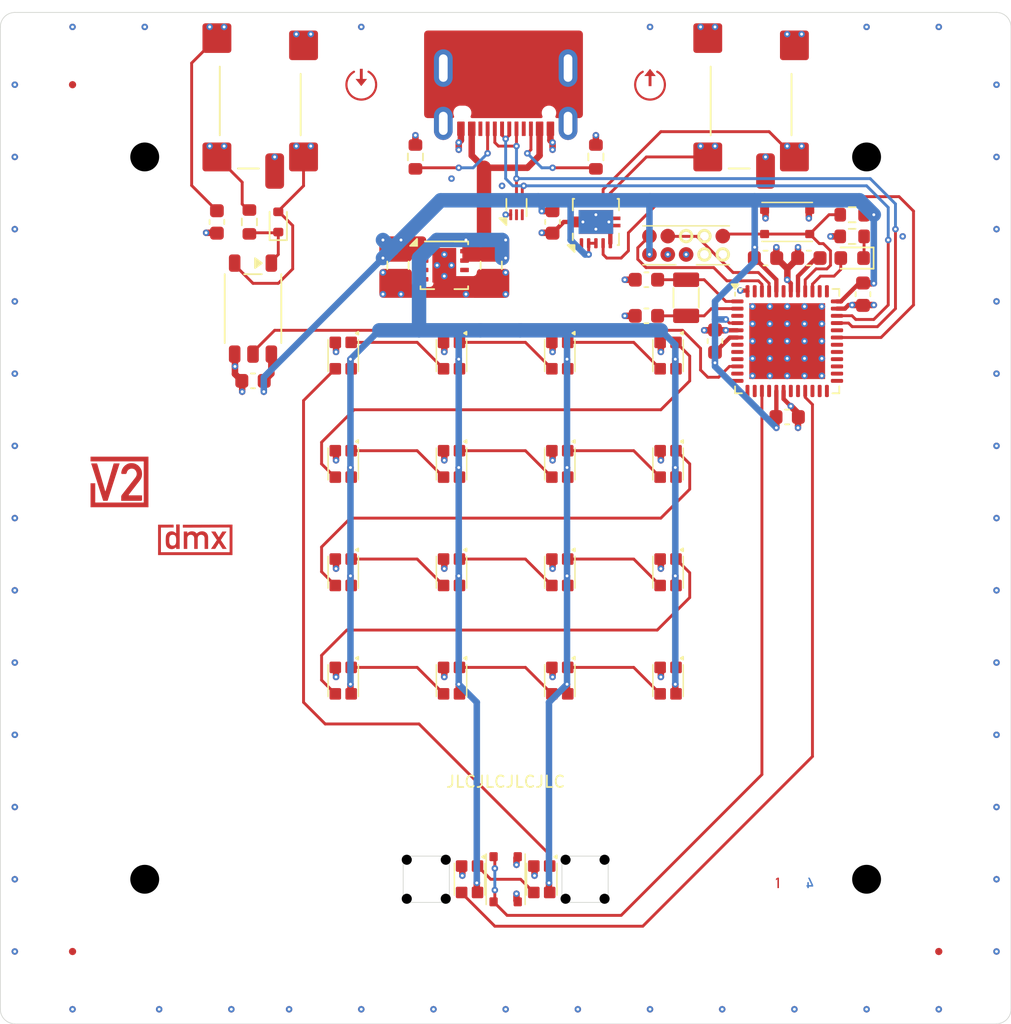
<source format=kicad_pcb>
(kicad_pcb (version 20241229) (generator "pcbnew") (generator_version "9.0")
  (title_block (date "2026-01-06") (rev "5"))
  (layers (0 "F.Cu" signal "Front") (4 "In1.Cu" power) (6 "In2.Cu" power) (2 "B.Cu" signal "Back") (13 "F.Paste" user) (5 "F.SilkS" user "F.Silkscreen") (1 "F.Mask" user) (3 "B.Mask" user) (25 "Edge.Cuts" user))
  (property "Order-Number" "JLCJLCJLCJLC")
  (net 0 "")
  (net 1 "GND")
  (net 2 "+3V3")
  (net 3 "/LED-Board")
  (net 4 "/MIDI In/Sleeve")
  (net 5 "Net-(D101-OUT)")
  (net 6 "/LED-DMX")
  (net 9 "Net-(D103-K)")
  (net 10 "Net-(D301-K)")
  (net 11 "/Button-LED")
  (net 16 "/MIDI In/Tip")
  (net 20 "/VDDCORE")
  (net 21 "/USB+")
  (net 25 "+5V")
  (net 26 "/XIN32")
  (net 27 "/USB-")
  (net 28 "/SWDIO")
  (net 29 "/XOUT32")
  (net 30 "/SWCLK")
  (net 33 "/USB-CC1")
  (net 34 "/RESET")
  (net 35 "/USB-CC2")
  (net 42 "/Button")
  (net 51 "/DMX-Data")
  (net 57 "/DMX Out/Ring")
  (net 58 "/DMX Out/Tip")
  (net 59 "Shield")
  (net 60 "/MIDI In/Ring")
  (net 61 "/MIDI-In")
  (net 65 "Net-(D401-OUT)")
  (net 66 "Net-(D402-OUT)")
  (net 67 "Net-(D403-OUT)")
  (net 68 "/DMX LEDs/LED-5")
  (net 69 "Net-(D405-OUT)")
  (net 70 "Net-(D406-OUT)")
  (net 71 "Net-(D407-OUT)")
  (net 72 "/DMX LEDs/LED-9")
  (net 73 "Net-(D409-OUT)")
  (net 74 "Net-(D410-OUT)")
  (net 75 "Net-(D411-OUT)")
  (net 76 "/DMX LEDs/LED-13")
  (net 77 "Net-(D413-OUT)")
  (net 78 "Net-(D414-OUT)")
  (net 79 "Net-(D415-OUT)")
  (footprint "V2_Resistor_SMD:R_0603" (layer "F.Cu") (at 145.75 55 90)
    (property "Reference" "R103" (hide yes))
    (property "Value" "5k1" (hide yes))
  )
  (footprint "V2_Button_Switch_SMD:SKSG" (layer "F.Cu") (at 152 105 -90)
    (property "Reference" "SW101" (hide yes))
    (property "Value" "SKSG" (hide yes))
  )
  (footprint "V2_Mechanical:MountingHole_2mm" (layer "F.Cu") (at 177 55)
    (property "Reference" "H102" (hide yes))
    (property "Value" "MountingHole_2mm" (hide yes))
  )
  (footprint "V2_LED:WS2812-2020" (layer "F.Cu") (at 148.25 76.25 90)
    (property "Reference" "D406" (hide yes))
    (property "Value" "WS2812" (hide yes))
  )
  (footprint "V2_Production:Layer_Numbers" (layer "F.Cu") (at 172 105.25)
    (property "Reference" "INFO101" (hide yes))
    (property "Value" "Layer_Numbers" (hide yes))
  )
  (footprint "V2_Connector_USB:JAE_DX07S016JA3" (layer "F.Cu") (at 152 50 180)
    (property "Reference" "J102" (hide yes))
    (property "Value" "DX07S016JA3" (hide yes))
  )
  (footprint "V2_Fiducial:Fiducial_0.5mm_Mask1mm_Paste" (layer "F.Cu") (at 182 110)
    (property "Reference" "FID103" (hide yes))
    (property "Value" "Fiducial_Paste" (hide yes))
  )
  (footprint "V2_LED:WS2812-2020" (layer "F.Cu") (at 155.75 91.25 90)
    (property "Reference" "D415" (hide yes))
    (property "Value" "WS2812" (hide yes))
  )
  (footprint "V2_Capacitor_SMD:C_0603" (layer "F.Cu") (at 161.75 66 180)
    (property "Reference" "C109" (hide yes))
    (property "Value" "18p" (hide yes))
  )
  (footprint "V2_LED:WS2812-2020" (layer "F.Cu") (at 149.5 105 90)
    (property "Reference" "D101" (hide yes))
    (property "Value" "WS2812" (hide yes))
  )
  (footprint "V2_Artwork:Arrow_In" (layer "F.Cu") (at 142 50 -90)
    (property "Reference" "ICON103" (hide yes))
    (property "Value" "Arrow_In" (hide yes))
  )
  (footprint "V2_Package_DFN_QFN:QFN-48-1EP_7x7mm_P0.5mm_EP5.45x5.45mm_ThermalVias" (layer "F.Cu") (at 171.5 67.75)
    (property "Reference" "U102" (hide yes))
    (property "Value" "ATSAMD51G" (hide yes))
  )
  (footprint "V2_Capacitor_SMD:C_0603" (layer "F.Cu") (at 166.5 67.75 90)
    (property "Reference" "C105" (hide yes))
    (property "Value" "0u1" (hide yes))
  )
  (footprint "V2_Fiducial:Fiducial_0.5mm_Mask1mm_Paste" (layer "F.Cu") (at 122 110)
    (property "Reference" "FID101" (hide yes))
    (property "Value" "Fiducial_Paste" (hide yes))
  )
  (footprint "V2_Resistor_SMD:R_0603" (layer "F.Cu") (at 158.25 55 90)
    (property "Reference" "R102" (hide yes))
    (property "Value" "5k1" (hide yes))
  )
  (footprint "V2_Cortex_Debug:Cortex_Debug_Pad" (layer "F.Cu") (at 164.5 61.75 180)
    (property "Reference" "J101" (hide yes))
    (property "Value" "Cortex_Debug" (hide yes))
  )
  (footprint "V2_Capacitor_SMD:C_0603" (layer "F.Cu") (at 176.75 64.5 -90)
    (property "Reference" "C102" (hide yes))
    (property "Value" "0u1" (hide yes))
  )
  (footprint "V2_Production:Order_Number" (layer "F.Cu") (at 152 98.25)
    (property "Reference" "INFO102" (hide yes))
    (property "Value" "Order_Number" (hide yes))
  )
  (footprint "V2_Connector_Audio:CUI_SJ2-25404B-SMT-TR" (layer "F.Cu") (at 169 50.5 -90)
    (property "Reference" "J201" (hide yes))
    (property "Value" "SJ2-25404B-SMT-TR" (hide yes))
  )
  (footprint "V2_Capacitor_SMD:C_0603" (layer "F.Cu") (at 132 59.5 -90)
    (property "Reference" "C302" (hide yes))
    (property "Value" "0u1" (hide yes))
  )
  (footprint "V2_Artwork:Logo_Small" (layer "F.Cu") (at 125.25 77.5)
    (property "Reference" "ICON102" (hide yes))
    (property "Value" "V2-logo" (hide yes))
  )
  (footprint "V2_LED:WS2812-2020" (layer "F.Cu") (at 148.25 83.75 90)
    (property "Reference" "D410" (hide yes))
    (property "Value" "WS2812" (hide yes))
  )
  (footprint "V2_Capacitor_SMD:C_0603" (layer "F.Cu") (at 171.5 73)
    (property "Reference" "C104" (hide yes))
    (property "Value" "0u1" (hide yes))
  )
  (footprint "V2_Button_Switch_SMD:SKSG" (layer "F.Cu") (at 171.5 59.5)
    (property "Reference" "SW102" (hide yes))
    (property "Value" "SKSG" (hide yes))
  )
  (footprint "V2_Capacitor_SMD:C_0603" (layer "F.Cu") (at 161.75 63.5 180)
    (property "Reference" "C108" (hide yes))
    (property "Value" "18p" (hide yes))
  )
  (footprint "V2_Capacitor_SMD:C_0805" (layer "F.Cu") (at 144.540006 62.5 -90)
    (property "Reference" "C107" (hide yes))
    (property "Value" "10u" (hide yes))
  )
  (footprint "V2_LED:WS2812-2020" (layer "F.Cu") (at 148.25 91.25 90)
    (property "Reference" "D414" (hide yes))
    (property "Value" "WS2812" (hide yes))
  )
  (footprint "V2_LED:WS2812-2020" (layer "F.Cu") (at 163.25 76.25 90)
    (property "Reference" "D408" (hide yes))
    (property "Value" "WS2812" (hide yes))
  )
  (footprint "V2_Resistor_SMD:R_0603" (layer "F.Cu") (at 176 59 180)
    (property "Reference" "R104" (hide yes))
    (property "Value" "100k" (hide yes))
  )
  (footprint "V2_LED:WS2812-2020" (layer "F.Cu") (at 148.25 68.75 90)
    (property "Reference" "D402" (hide yes))
    (property "Value" "WS2812" (hide yes))
  )
  (footprint "V2_LED:WS2812-2020" (layer "F.Cu") (at 140.75 76.25 90)
    (property "Reference" "D405" (hide yes))
    (property "Value" "WS2812" (hide yes))
  )
  (footprint "V2_Mechanical:MountingHole_2mm" (layer "F.Cu") (at 127 105 -90)
    (property "Reference" "H103" (hide yes))
    (property "Value" "MountingHole_2mm" (hide yes))
  )
  (footprint "V2_LED:WS2812-2020" (layer "F.Cu") (at 140.75 91.25 90)
    (property "Reference" "D413" (hide yes))
    (property "Value" "WS2812" (hide yes))
  )
  (footprint "V2_Mechanical:MountingHole_2mm" (layer "F.Cu") (at 127 55)
    (property "Reference" "H101" (hide yes))
    (property "Value" "MountingHole_2mm" (hide yes))
  )
  (footprint "V2_Capacitor_SMD:C_0603" (layer "F.Cu") (at 173 62 180)
    (property "Reference" "C101" (hide yes))
    (property "Value" "10u" (hide yes))
  )
  (footprint "V2_Capacitor_SMD:C_0603" (layer "F.Cu") (at 155.25 59.5 -90)
    (property "Reference" "C201" (hide yes))
    (property "Value" "0u1" (hide yes))
  )
  (footprint "V2_Artwork:Board_dmx_Small" (layer "F.Cu") (at 130.5 81.5)
    (property "Reference" "ICON104" (hide yes))
    (property "Value" "Board_dmx" (hide yes))
  )
  (footprint "V2_Resistor_SMD:R_0603" (layer "F.Cu") (at 134.25 59.5 -90)
    (property "Reference" "R301" (hide yes))
    (property "Value" "220R" (hide yes))
  )
  (footprint "V2_Capacitor_SMD:C_0603" (layer "F.Cu") (at 134.5 70.5 180)
    (property "Reference" "C301" (hide yes))
    (property "Value" "0u1" (hide yes))
  )
  (footprint "V2_Mechanical:MountingHole_2mm" (layer "F.Cu") (at 177 105)
    (property "Reference" "H104" (hide yes))
    (property "Value" "MountingHole_2mm" (hide yes))
  )
  (footprint "V2_LED:WS2812-2020" (layer "F.Cu") (at 155.75 76.25 90)
    (property "Reference" "D407" (hide yes))
    (property "Value" "WS2812" (hide yes))
  )
  (footprint "V2_Package_SO:SO-5-6_4.55x3.7mm_P1.27mm" (layer "F.Cu") (at 134.5 65.5 -90)
    (property "Reference" "U301" (hide yes))
    (property "Value" "TLP2361" (hide yes))
  )
  (footprint "V2_LED:WS2812-2020" (layer "F.Cu") (at 155.75 83.75 90)
    (property "Reference" "D411" (hide yes))
    (property "Value" "WS2812" (hide yes))
  )
  (footprint "V2_Artwork:Arrow_Out" (layer "F.Cu") (at 162 50 90)
    (property "Reference" "ICON101" (hide yes))
    (property "Value" "Arrow_Out" (hide yes))
  )
  (footprint "V2_LED:WS2812-2020" (layer "F.Cu") (at 154.5 105 90)
    (property "Reference" "D102" (hide yes))
    (property "Value" "WS2812" (hide yes))
  )
  (footprint "V2_Resistor_SMD:R_0603" (layer "F.Cu") (at 176 60.5 180)
    (property "Reference" "R101" (hide yes))
    (property "Value" "330R" (hide yes))
  )
  (footprint "V2_LED:WS2812-2020" (layer "F.Cu") (at 140.75 68.75 90)
    (property "Reference" "D401" (hide yes))
    (property "Value" "WS2812" (hide yes))
  )
  (footprint "V2_Capacitor_SMD:C_0603" (layer "F.Cu") (at 170 62)
    (property "Reference" "C103" (hide yes))
    (property "Value" "0u1" (hide yes))
  )
  (footprint "V2_Crystal:Crystal_SMD_3215-2Pin_3.2x1.5mm" (layer "F.Cu") (at 164.5 64.75 90)
    (property "Reference" "Y101" (hide yes))
    (property "Value" "32k768" (hide yes))
  )
  (footprint "V2_Connector_Audio:CUI_SJ2-25404B-SMT-TR" (layer "F.Cu") (at 135 50.5 -90)
    (property "Reference" "J301" (hide yes))
    (property "Value" "SJ2-25404B-SMT-TR" (hide yes))
  )
  (footprint "V2_LED:WS2812-2020" (layer "F.Cu") (at 163.25 68.75 90)
    (property "Reference" "D404" (hide yes))
    (property "Value" "WS2812" (hide yes))
  )
  (footprint "V2_LED:WS2812-2020" (layer "F.Cu") (at 140.75 83.75 90)
    (property "Reference" "D409" (hide yes))
    (property "Value" "WS2812" (hide yes))
  )
  (footprint "V2_LED:LED_0603" (layer "F.Cu") (at 176 62 180)
    (property "Reference" "D103" (hide yes))
    (property "Value" "Orange" (hide yes))
  )
  (footprint "V2_Package_SON:VSON-10-4-1EP_3x3mm_P0.5mm_EP1.65x2.4mm_ThermalVias" (layer "F.Cu") (at 158.25 59.5 90)
    (property "Reference" "U201" (hide yes))
    (property "Value" "THVD2442" (hide yes))
  )
  (footprint "V2_PCB_Devices:PCB_Button-bottom" (layer "F.Cu") (at 152 105 90)
    (property "Reference" "SWB101" (hide yes))
    (property "Value" "Button-bottom" (hide yes))
    (fp_line (start 1.6 -7.1) (end -1.6 -7.1) (stroke (width 0.05)) (layer "Edge.Cuts"))
    (fp_line (start -1.6 -7.1) (end -1.6 -3.9) (stroke (width 0.05)) (layer "Edge.Cuts"))
    (fp_line (start 1.6 -3.9) (end 1.6 -7.1) (stroke (width 0.05)) (layer "Edge.Cuts"))
    (fp_line (start -1.6 -3.9) (end 1.6 -3.9) (stroke (width 0.05)) (layer "Edge.Cuts"))
    (fp_line (start 1.6 3.9) (end -1.6 3.9) (stroke (width 0.05)) (layer "Edge.Cuts"))
    (fp_line (start -1.6 3.9) (end -1.6 7.1) (stroke (width 0.05)) (layer "Edge.Cuts"))
    (fp_line (start 1.6 7.1) (end 1.6 3.9) (stroke (width 0.05)) (layer "Edge.Cuts"))
    (fp_line (start -1.6 7.1) (end 1.6 7.1) (stroke (width 0.05)) (layer "Edge.Cuts"))
  )
  (footprint "V2_LED:WS2812-2020" (layer "F.Cu") (at 163.25 83.75 90)
    (property "Reference" "D412" (hide yes))
    (property "Value" "WS2812" (hide yes))
  )
  (footprint "V2_Capacitor_SMD:C_0805" (layer "F.Cu") (at 151 62.5 -90)
    (property "Reference" "C106" (hide yes))
    (property "Value" "10u" (hide yes))
  )
  (footprint "V2_ESD_Suppressor:SLP1210N6" (layer "F.Cu") (at 152.75 58.5 90)
    (property "Reference" "ESD101" (hide yes))
    (property "Value" "RCLAMP0582N" (hide yes))
  )
  (footprint "V2_LED:WS2812-2020" (layer "F.Cu") (at 155.75 68.75 90)
    (property "Reference" "D403" (hide yes))
    (property "Value" "WS2812" (hide yes))
  )
  (footprint "V2_Diode_SMD:D_SOD-523" (layer "F.Cu") (at 136.25 59.5 90)
    (property "Reference" "D301" (hide yes))
    (property "Value" "RB501SM" (hide yes))
  )
  (footprint "V2_Fiducial:Fiducial_0.5mm_Mask1mm_Paste" (layer "F.Cu") (at 122 50)
    (property "Reference" "FID102" (hide yes))
    (property "Value" "Fiducial_Paste" (hide yes))
  )
  (footprint "V2_Package_SON:VSON-8-1_3x3mm_P0.65_EP1.65x2.4mm" (layer "F.Cu") (at 147.75 62.5)
    (property "Reference" "U101" (hide yes))
    (property "Value" "TPS78433QWDRBRQ1" (hide yes))
  )
  (footprint "V2_LED:WS2812-2020" (layer "F.Cu") (at 163.25 91.25 90)
    (property "Reference" "D416" (hide yes))
    (property "Value" "WS2812" (hide yes))
  )
  (gr_line (start 117 46) (end 117 114) (stroke (width 0.05)) (layer "Edge.Cuts"))
  (gr_line (start 118 45) (end 186 45) (stroke (width 0.05)) (layer "Edge.Cuts"))
  (gr_line (start 187 46) (end 187 114) (stroke (width 0.05)) (layer "Edge.Cuts"))
  (gr_arc (start 118 115) (mid 117.292893 114.707107) (end 117 114) (stroke (width 0.05)) (layer "Edge.Cuts"))
  (gr_arc (start 187 114) (mid 186.707107 114.707107) (end 186 115) (stroke (width 0.05)) (layer "Edge.Cuts"))
  (gr_arc (start 117 46) (mid 117.292893 45.292893) (end 118 45) (stroke (width 0.05)) (layer "Edge.Cuts"))
  (gr_arc (start 186 45) (mid 186.707107 45.292893) (end 187 46) (stroke (width 0.05)) (layer "Edge.Cuts"))
  (gr_line (start 118 115) (end 186 115) (stroke (width 0.05)) (layer "Edge.Cuts"))
  (segment (start 155.25 82.885) (end 155.2 82.835) (width 0.45) (layer "F.Cu") (net 1))
  (segment (start 162.75 91) (end 162.75 90.385) (width 0.45) (layer "F.Cu") (net 1))
  (segment (start 176.725 65.25) (end 176.75 65.275) (width 0.3) (layer "F.Cu") (net 1))
  (segment (start 147.75 82.885) (end 147.7 82.835) (width 0.45) (layer "F.Cu") (net 1))
  (segment (start 171.75 63.75) (end 171.75 64.3) (width 0.3) (layer "F.Cu") (net 1))
  (segment (start 155.25 83.5) (end 155.25 82.885) (width 0.45) (layer "F.Cu") (net 1))
  (segment (start 149 104.75) (end 149 104.135) (width 0.45) (layer "F.Cu") (net 1))
  (segment (start 133.75 70.525) (end 133.725 70.5) (width 0.45) (layer "F.Cu") (net 1))
  (segment (start 155.25 91) (end 155.25 90.385) (width 0.45) (layer "F.Cu") (net 1))
  (segment (start 145.75 53.5) (end 145.75 54.175) (width 0.45) (layer "F.Cu") (net 1))
  (segment (start 175.5 65.5) (end 175.75 65.25) (width 0.3) (layer "F.Cu") (net 1))
  (segment (start 152.75 106.475) (end 152.8375 106.5625) (width 0.45) (layer "F.Cu") (net 1))
  (segment (start 147.75 68.5) (end 147.75 67.885) (width 0.45) (layer "F.Cu") (net 1))
  (segment (start 155.1 53.85) (end 155.25 54) (width 0.45) (layer "F.Cu") (net 1))
  (segment (start 140.25 67.885) (end 140.2 67.835) (width 0.45) (layer "F.Cu") (net 1))
  (segment (start 140.25 90.385) (end 140.2 90.335) (width 0.45) (layer "F.Cu") (net 1))
  (segment (start 131.975 60.25) (end 132 60.275) (width 0.45) (layer "F.Cu") (net 1))
  (segment (start 175.75 65.25) (end 176 65.25) (width 0.3) (layer "F.Cu") (net 1))
  (segment (start 159.25 60.975) (end 159.25 59.6) (width 0.3) (layer "F.Cu") (net 1))
  (segment (start 155.25 75.385) (end 155.2 75.335) (width 0.45) (layer "F.Cu") (net 1))
  (segment (start 176 65.25) (end 176.725 65.25) (width 0.45) (layer "F.Cu") (net 1))
  (segment (start 152.75 104) (end 152.75 103.525) (width 0.45) (layer "F.Cu") (net 1))
  (segment (start 160.25 66) (end 160.975 66) (width 0.45) (layer "F.Cu") (net 1))
  (segment (start 157.35 59.5) (end 156.025 59.5) (width 0.3) (layer "F.Cu") (net 1))
  (segment (start 165.75 67) (end 166.475 67) (width 0.45) (layer "F.Cu") (net 1))
  (segment (start 140.25 76) (end 140.25 75.385) (width 0.45) (layer "F.Cu") (net 1))
  (segment (start 170 58.725) (end 169.9375 58.6625) (width 0.45) (layer "F.Cu") (net 1))
  (segment (start 166.525 67) (end 166.5 66.975) (width 0.45) (layer "F.Cu") (net 1))
  (segment (start 148.9 53.85) (end 148.75 54) (width 0.45) (layer "F.Cu") (net 1))
  (segment (start 173 58.725) (end 173.0625 58.6625) (width 0.45) (layer "F.Cu") (net 1))
  (segment (start 172.25 61.975) (end 172.225 62) (width 0.45) (layer "F.Cu") (net 1))
  (segment (start 140.25 91) (end 140.25 90.385) (width 0.45) (layer "F.Cu") (net 1))
  (segment (start 147.75 76) (end 147.75 75.385) (width 0.45) (layer "F.Cu") (net 1))
  (segment (start 152.35 59) (end 152 59) (width 0.2) (layer "F.Cu") (net 1))
  (segment (start 140.25 83.5) (end 140.25 82.885) (width 0.45) (layer "F.Cu") (net 1))
  (segment (start 162.75 75.385) (end 162.7 75.335) (width 0.45) (layer "F.Cu") (net 1))
  (segment (start 154 104.75) (end 154 104.135) (width 0.45) (layer "F.Cu") (net 1))
  (segment (start 148.75 54) (end 148.75 54.5) (width 0.45) (layer "F.Cu") (net 1))
  (segment (start 168.25 64.25) (end 168.7 64.25) (width 0.3) (layer "F.Cu") (net 1))
  (segment (start 172.275 72.775) (end 171.75 72.25) (width 0.45) (layer "F.Cu") (net 1))
  (segment (start 160.25 63.5) (end 160.975 63.5) (width 0.45) (layer "F.Cu") (net 1))
  (segment (start 154.5 60.25) (end 155.225 60.25) (width 0.45) (layer "F.Cu") (net 1))
  (segment (start 175.175 60.5) (end 174.5 60.5) (width 0.45) (layer "F.Cu") (net 1))
  (segment (start 166.475 67) (end 166.5 66.975) (width 0.45) (layer "F.Cu") (net 1))
  (segment (start 171.5125 62.7375) (end 171.5125 63.5125) (width 0.45) (layer "F.Cu") (net 1))
  (segment (start 171.5125 62.7375) (end 172.225 62.025) (width 0.45) (layer "F.Cu") (net 1))
  (segment (start 162.75 68.5) (end 162.75 67.885) (width 0.45) (layer "F.Cu") (net 1))
  (segment (start 170.75 61.975) (end 170.775 62) (width 0.45) (layer "F.Cu") (net 1))
  (segment (start 133.75 71.25) (end 133.75 70.525) (width 0.45) (layer "F.Cu") (net 1))
  (segment (start 158.25 53.5) (end 158.25 54.175) (width 0.45) (layer "F.Cu") (net 1))
  (segment (start 147.75 75.385) (end 147.7 75.335) (width 0.45) (layer "F.Cu") (net 1))
  (segment (start 147.75 90.385) (end 147.7 90.335) (width 0.45) (layer "F.Cu") (net 1))
  (segment (start 162.75 82.885) (end 162.7 82.835) (width 0.45) (layer "F.Cu") (net 1))
  (segment (start 171.5125 63.5125) (end 171.75 63.75) (width 0.3) (layer "F.Cu") (net 1))
  (segment (start 147.75 91) (end 147.75 90.385) (width 0.45) (layer "F.Cu") (net 1))
  (segment (start 156.025 59.5) (end 155.25 60.275) (width 0.3) (layer "F.Cu") (net 1))
  (segment (start 170 59.25) (end 170 58.725) (width 0.45) (layer "F.Cu") (net 1))
  (segment (start 159.25 59.6) (end 159.15 59.5) (width 0.3) (layer "F.Cu") (net 1))
  (segment (start 162.75 76) (end 162.75 75.385) (width 0.45) (layer "F.Cu") (net 1))
  (segment (start 133.25 70.025) (end 133.725 70.5) (width 0.45) (layer "F.Cu") (net 1))
  (segment (start 133.25 68.67) (end 133.23 68.65) (width 0.45) (layer "F.Cu") (net 1))
  (segment (start 162.75 67.885) (end 162.7 67.835) (width 0.45) (layer "F.Cu") (net 1))
  (segment (start 133.25 69.5) (end 133.25 68.67) (width 0.45) (layer "F.Cu") (net 1))
  (segment (start 152.75 106) (end 152.75 106.475) (width 0.45) (layer "F.Cu") (net 1))
  (segment (start 155.25 68.5) (end 155.25 67.885) (width 0.45) (layer "F.Cu") (net 1))
  (segment (start 140.25 68.5) (end 140.25 67.885) (width 0.45) (layer "F.Cu") (net 1))
  (segment (start 147.75 83.5) (end 147.75 82.885) (width 0.45) (layer "F.Cu") (net 1))
  (segment (start 148.9 53.05) (end 148.9 53.85) (width 0.45) (layer "F.Cu") (net 1))
  (segment (start 172.275 73) (end 172.275 72.775) (width 0.45) (layer "F.Cu") (net 1))
  (segment (start 133.25 69.5) (end 133.25 70.025) (width 0.45) (layer "F.Cu") (net 1))
  (segment (start 155.225 60.25) (end 155.25 60.275) (width 0.45) (layer "F.Cu") (net 1))
  (segment (start 155.25 90.385) (end 155.2 90.335) (width 0.45) (layer "F.Cu") (net 1))
  (segment (start 168.05 67) (end 167.25 67) (width 0.3) (layer "F.Cu") (net 1))
  (segment (start 155.25 54) (end 155.25 54.5) (width 0.45) (layer "F.Cu") (net 1))
  (segment (start 173 59.25) (end 173 58.725) (width 0.45) (layer "F.Cu") (net 1))
  (segment (start 155.25 67.885) (end 155.2 67.835) (width 0.45) (layer "F.Cu") (net 1))
  (segment (start 171.75 72.25) (end 171.25 71.75) (width 0.3) (layer "F.Cu") (net 1))
  (segment (start 172.25 61.25) (end 172.25 61.975) (width 0.45) (layer "F.Cu") (net 1))
  (segment (start 162.75 90.385) (end 162.7 90.335) (width 0.45) (layer "F.Cu") (net 1))
  (segment (start 140.25 82.885) (end 140.2 82.835) (width 0.45) (layer "F.Cu") (net 1))
  (segment (start 167.25 67) (end 166.525 67) (width 0.45) (layer "F.Cu") (net 1))
  (segment (start 147.75 67.885) (end 147.7 67.835) (width 0.45) (layer "F.Cu") (net 1))
  (segment (start 172.25 73.025) (end 172.275 73) (width 0.45) (layer "F.Cu") (net 1))
  (segment (start 168.7 64.25) (end 168.75 64.3) (width 0.3) (layer "F.Cu") (net 1))
  (segment (start 149 104.135) (end 148.95 104.085) (width 0.45) (layer "F.Cu") (net 1))
  (segment (start 155.1 53.05) (end 155.1 53.85) (width 0.45) (layer "F.Cu") (net 1))
  (segment (start 171.5125 62.7375) (end 170.775 62) (width 0.45) (layer "F.Cu") (net 1))
  (segment (start 131.25 60.25) (end 131.975 60.25) (width 0.45) (layer "F.Cu") (net 1))
  (segment (start 152.75 103.525) (end 152.8375 103.4375) (width 0.45) (layer "F.Cu") (net 1))
  (segment (start 171.25 71.2) (end 171.25 71.75) (width 0.3) (layer "F.Cu") (net 1))
  (segment (start 170.75 61.25) (end 170.75 61.975) (width 0.45) (layer "F.Cu") (net 1))
  (segment (start 154 104.135) (end 153.95 104.085) (width 0.45) (layer "F.Cu") (net 1))
  (segment (start 162.75 83.5) (end 162.75 82.885) (width 0.45) (layer "F.Cu") (net 1))
  (segment (start 155.25 76) (end 155.25 75.385) (width 0.45) (layer "F.Cu") (net 1))
  (segment (start 177.5 65.25) (end 176.775 65.25) (width 0.45) (layer "F.Cu") (net 1))
  (segment (start 140.25 75.385) (end 140.2 75.335) (width 0.45) (layer "F.Cu") (net 1))
  (segment (start 172.225 62.025) (end 172.225 62) (width 0.3) (layer "F.Cu") (net 1))
  (segment (start 174.95 65.5) (end 175.5 65.5) (width 0.3) (layer "F.Cu") (net 1))
  (segment (start 172.25 73.75) (end 172.25 73.025) (width 0.45) (layer "F.Cu") (net 1))
  (via (at 147.75 83.5) (size 0.45) (drill 0.2) (layers "F.Cu" "B.Cu") (net 1))
  (via (at 186 105) (size 0.45) (drill 0.2) (layers "F.Cu" "B.Cu") (net 1))
  (via (at 179.5 60.5) (size 0.45) (drill 0.2) (layers "F.Cu" "B.Cu") (net 1))
  (via (at 162 46) (size 0.45) (drill 0.2) (layers "F.Cu" "B.Cu") (net 1))
  (via (at 148.25 56.5) (size 0.45) (drill 0.2) (layers "F.Cu" "B.Cu") (net 1))
  (via (at 118 50) (size 0.45) (drill 0.2) (layers "F.Cu" "B.Cu") (net 1))
  (via (at 149.25 64.5) (size 0.45) (drill 0.2) (layers "F.Cu" "B.Cu") (net 1))
  (via (at 152 63) (size 0.45) (drill 0.2) (layers "F.Cu" "B.Cu") (net 1))
  (via (at 148.75 54) (size 0.45) (drill 0.2) (layers "F.Cu" "B.Cu") (net 1))
  (via (at 186 65) (size 0.45) (drill 0.2) (layers "F.Cu" "B.Cu") (net 1))
  (via (at 122 46) (size 0.45) (drill 0.2) (layers "F.Cu" "B.Cu") (net 1))
  (via (at 118 95) (size 0.45) (drill 0.2) (layers "F.Cu" "B.Cu") (net 1))
  (via (at 145.75 53.5) (size 0.45) (drill 0.2) (layers "F.Cu" "B.Cu") (net 1))
  (via (at 158.25 53.5) (size 0.45) (drill 0.2) (layers "F.Cu" "B.Cu") (net 1))
  (via (at 152.75 104) (size 0.45) (drill 0.2) (layers "F.Cu" "B.Cu") (net 1))
  (via (at 186 55) (size 0.45) (drill 0.2) (layers "F.Cu" "B.Cu") (net 1))
  (via (at 155.25 54.5) (size 0.45) (drill 0.2) (layers "F.Cu" "B.Cu") (net 1))
  (via (at 167.25 67) (size 0.45) (drill 0.2) (layers "F.Cu" "B.Cu") (net 1))
  (via (at 149 104.75) (size 0.45) (drill 0.2) (layers "F.Cu" "B.Cu") (net 1))
  (via (at 133.25 69.5) (size 0.45) (drill 0.2) (layers "F.Cu" "B.Cu") (net 1))
  (via (at 152 59) (size 0.45) (drill 0.2) (layers "F.Cu" "B.Cu") (net 1))
  (via (at 182 46) (size 0.45) (drill 0.2) (layers "F.Cu" "B.Cu") (net 1))
  (via (at 186 100) (size 0.45) (drill 0.2) (layers "F.Cu" "B.Cu") (net 1))
  (via (at 137 114) (size 0.45) (drill 0.2) (layers "F.Cu" "B.Cu") (net 1))
  (via (at 143.5 63) (size 0.45) (drill 0.2) (layers "F.Cu" "B.Cu") (net 1))
  (via (at 162.75 68.5) (size 0.45) (drill 0.2) (layers "F.Cu" "B.Cu") (net 1))
  (via (at 167 114) (size 0.45) (drill 0.2) (layers "F.Cu" "B.Cu") (net 1))
  (via (at 186 75) (size 0.45) (drill 0.2) (layers "F.Cu" "B.Cu") (net 1))
  (via (at 118 105) (size 0.45) (drill 0.2) (layers "F.Cu" "B.Cu") (net 1))
  (via (at 165.75 67) (size 0.45) (drill 0.2) (layers "F.Cu" "B.Cu") (net 1))
  (via (at 182 114) (size 0.45) (drill 0.2) (layers "F.Cu" "B.Cu") (net 1))
  (via (at 155.25 91) (size 0.45) (drill 0.2) (layers "F.Cu" "B.Cu") (net 1))
  (via (at 147.75 76) (size 0.45) (drill 0.2) (layers "F.Cu" "B.Cu") (net 1))
  (via (at 157 114) (size 0.45) (drill 0.2) (layers "F.Cu" "B.Cu") (net 1))
  (via (at 186 110) (size 0.45) (drill 0.2) (layers "F.Cu" "B.Cu") (net 1))
  (via (at 152 64.5) (size 0.45) (drill 0.2) (layers "F.Cu" "B.Cu") (net 1))
  (via (at 168.25 64.25) (size 0.45) (drill 0.2) (layers "F.Cu" "B.Cu") (net 1))
  (via (at 154 104.75) (size 0.45) (drill 0.2) (layers "F.Cu" "B.Cu") (net 1))
  (via (at 118 75) (size 0.45) (drill 0.2) (layers "F.Cu" "B.Cu") (net 1))
  (via (at 155.25 83.5) (size 0.45) (drill 0.2) (layers "F.Cu" "B.Cu") (net 1))
  (via (at 118 65) (size 0.45) (drill 0.2) (layers "F.Cu" "B.Cu") (net 1))
  (via (at 140.25 91) (size 0.45) (drill 0.2) (layers "F.Cu" "B.Cu") (net 1))
  (via (at 173 59.25) (size 0.45) (drill 0.2) (layers "F.Cu" "B.Cu") (net 1))
  (via (at 131.25 60.25) (size 0.45) (drill 0.2) (layers "F.Cu" "B.Cu") (net 1))
  (via (at 147 114) (size 0.45) (drill 0.2) (layers "F.Cu" "B.Cu") (net 1))
  (via (at 186 70) (size 0.45) (drill 0.2) (layers "F.Cu" "B.Cu") (net 1))
  (via (at 144.75 64.5) (size 0.45) (drill 0.2) (layers "F.Cu" "B.Cu") (net 1))
  (via (at 155.25 68.5) (size 0.45) (drill 0.2) (layers "F.Cu" "B.Cu") (net 1))
  (via (at 152.75 106) (size 0.45) (drill 0.2) (layers "F.Cu" "B.Cu") (net 1))
  (via (at 154.5 60.25) (size 0.45) (drill 0.2) (layers "F.Cu" "B.Cu") (net 1))
  (via (at 147.75 68.5) (size 0.45) (drill 0.2) (layers "F.Cu" "B.Cu") (net 1))
  (via (at 122 114) (size 0.45) (drill 0.2) (layers "F.Cu" "B.Cu") (net 1))
  (via (at 143.5 64.5) (size 0.45) (drill 0.2) (layers "F.Cu" "B.Cu") (net 1))
  (via (at 176 65.25) (size 0.45) (drill 0.2) (layers "F.Cu" "B.Cu") (net 1))
  (via (at 148.75 54.5) (size 0.45) (drill 0.2) (layers "F.Cu" "B.Cu") (net 1))
  (via (at 118 70) (size 0.45) (drill 0.2) (layers "F.Cu" "B.Cu") (net 1))
  (via (at 133.75 71.25) (size 0.45) (drill 0.2) (layers "F.Cu" "B.Cu") (net 1))
  (via (at 155.25 76) (size 0.45) (drill 0.2) (layers "F.Cu" "B.Cu") (net 1))
  (via (at 118 80) (size 0.45) (drill 0.2) (layers "F.Cu" "B.Cu") (net 1))
  (via (at 147.75 91) (size 0.45) (drill 0.2) (layers "F.Cu" "B.Cu") (net 1))
  (via (at 133 114) (size 0.45) (drill 0.2) (layers "F.Cu" "B.Cu") (net 1))
  (via (at 162.75 91) (size 0.45) (drill 0.2) (layers "F.Cu" "B.Cu") (net 1))
  (via (at 186 60) (size 0.45) (drill 0.2) (layers "F.Cu" "B.Cu") (net 1))
  (via (at 118 55) (size 0.45) (drill 0.2) (layers "F.Cu" "B.Cu") (net 1))
  (via (at 186 85) (size 0.45) (drill 0.2) (layers "F.Cu" "B.Cu") (net 1))
  (via (at 172.25 61.25) (size 0.45) (drill 0.2) (layers "F.Cu" "B.Cu") (net 1))
  (via (at 160.25 66) (size 0.45) (drill 0.2) (layers "F.Cu" "B.Cu") (net 1))
  (via (at 172 114) (size 0.45) (drill 0.2) (layers "F.Cu" "B.Cu") (net 1))
  (via (at 160.25 63.5) (size 0.45) (drill 0.2) (layers "F.Cu" "B.Cu") (net 1))
  (via (at 118 90) (size 0.45) (drill 0.2) (layers "F.Cu" "B.Cu") (net 1))
  (via (at 177 114) (size 0.45) (drill 0.2) (layers "F.Cu" "B.Cu") (net 1))
  (via (at 118 60) (size 0.45) (drill 0.2) (layers "F.Cu" "B.Cu") (net 1))
  (via (at 118 85) (size 0.45) (drill 0.2) (layers "F.Cu" "B.Cu") (net 1))
  (via (at 128 114) (size 0.45) (drill 0.2) (layers "F.Cu" "B.Cu") (net 1))
  (via (at 174.5 60.5) (size 0.45) (drill 0.2) (layers "F.Cu" "B.Cu") (net 1))
  (via (at 172.25 73.75) (size 0.45) (drill 0.2) (layers "F.Cu" "B.Cu") (net 1))
  (via (at 163.23 61.75) (size 0.45) (drill 0.2) (layers "F.Cu" "B.Cu") (net 1))
  (via (at 186 90) (size 0.45) (drill 0.2) (layers "F.Cu" "B.Cu") (net 1))
  (via (at 162.75 76) (size 0.45) (drill 0.2) (layers "F.Cu" "B.Cu") (net 1))
  (via (at 140.25 83.5) (size 0.45) (drill 0.2) (layers "F.Cu" "B.Cu") (net 1))
  (via (at 155.25 54) (size 0.45) (drill 0.2) (layers "F.Cu" "B.Cu") (net 1))
  (via (at 162 114) (size 0.45) (drill 0.2) (layers "F.Cu" "B.Cu") (net 1))
  (via (at 170 59.25) (size 0.45) (drill 0.2) (layers "F.Cu" "B.Cu") (net 1))
  (via (at 140.25 68.5) (size 0.45) (drill 0.2) (layers "F.Cu" "B.Cu") (net 1))
  (via (at 127 46) (size 0.45) (drill 0.2) (layers "F.Cu" "B.Cu") (net 1))
  (via (at 162.75 83.5) (size 0.45) (drill 0.2) (layers "F.Cu" "B.Cu") (net 1))
  (via (at 186 80) (size 0.45) (drill 0.2) (layers "F.Cu" "B.Cu") (net 1))
  (via (at 151.75 57) (size 0.45) (drill 0.2) (layers "F.Cu" "B.Cu") (net 1))
  (via (at 152 114) (size 0.45) (drill 0.2) (layers "F.Cu" "B.Cu") (net 1))
  (via (at 170.75 61.25) (size 0.45) (drill 0.2) (layers "F.Cu" "B.Cu") (net 1))
  (via (at 140.25 76) (size 0.45) (drill 0.2) (layers "F.Cu" "B.Cu") (net 1))
  (via (at 171.75 72.25) (size 0.45) (drill 0.2) (layers "F.Cu" "B.Cu") (net 1))
  (via (at 177.5 65.25) (size 0.45) (drill 0.2) (layers "F.Cu" "B.Cu") (net 1))
  (via (at 142 114) (size 0.45) (drill 0.2) (layers "F.Cu" "B.Cu") (net 1))
  (via (at 164.5 61.75) (size 0.45) (drill 0.2) (layers "F.Cu" "B.Cu") (net 1))
  (via (at 171.5 63.5) (size 0.45) (drill 0.2) (layers "F.Cu" "B.Cu") (net 1))
  (via (at 177 46) (size 0.45) (drill 0.2) (layers "F.Cu" "B.Cu") (net 1))
  (via (at 186 95) (size 0.45) (drill 0.2) (layers "F.Cu" "B.Cu") (net 1))
  (via (at 186 50) (size 0.45) (drill 0.2) (layers "F.Cu" "B.Cu") (net 1))
  (via (at 118 100) (size 0.45) (drill 0.2) (layers "F.Cu" "B.Cu") (net 1))
  (via (at 118 110) (size 0.45) (drill 0.2) (layers "F.Cu" "B.Cu") (net 1))
  (via (at 142 46) (size 0.45) (drill 0.2) (layers "F.Cu" "B.Cu") (net 1))
  (segment (start 170.75 73.75) (end 170.75 73.025) (width 0.45) (layer "F.Cu") (net 2))
  (segment (start 167.25 66.25) (end 167.5 66.5) (width 0.2) (layer "F.Cu") (net 2))
  (segment (start 169.25 61.975) (end 169.225 62) (width 0.45) (layer "F.Cu") (net 2))
  (segment (start 170.75 72.975) (end 170.725 73) (width 0.3) (layer "F.Cu") (net 2))
  (segment (start 170.75 71.2) (end 170.75 72.975) (width 0.3) (layer "F.Cu") (net 2))
  (segment (start 169.25 61.25) (end 169.25 61.975) (width 0.45) (layer "F.Cu") (net 2))
  (segment (start 177.5 59) (end 176.825 59) (width 0.45) (layer "F.Cu") (net 2))
  (segment (start 135.25 71.25) (end 135.25 70.525) (width 0.45) (layer "F.Cu") (net 2))
  (segment (start 170.75 64.3) (end 170.75 63.5) (width 0.3) (layer "F.Cu") (net 2))
  (segment (start 174.95 65) (end 175.225 65) (width 0.3) (layer "F.Cu") (net 2))
  (segment (start 155.95 58.025) (end 155.25 58.725) (width 0.3) (layer "F.Cu") (net 2))
  (segment (start 135.25 70.525) (end 135.275 70.5) (width 0.45) (layer "F.Cu") (net 2))
  (segment (start 167.5 66.5) (end 168.05 66.5) (width 0.2) (layer "F.Cu") (net 2))
  (segment (start 170.75 63.5) (end 169.25 62) (width 0.3) (layer "F.Cu") (net 2))
  (segment (start 135.77 70.005) (end 135.275 70.5) (width 0.45) (layer "F.Cu") (net 2))
  (segment (start 167.525 67.5) (end 166.5 68.525) (width 0.3) (layer "F.Cu") (net 2))
  (segment (start 155.225 58.75) (end 155.25 58.725) (width 0.45) (layer "F.Cu") (net 2))
  (segment (start 176.5 63.725) (end 176.75 63.725) (width 0.3) (layer "F.Cu") (net 2))
  (segment (start 170.75 73.025) (end 170.725 73) (width 0.45) (layer "F.Cu") (net 2))
  (segment (start 135.77 68.65) (end 135.77 70.005) (width 0.45) (layer "F.Cu") (net 2))
  (segment (start 154.5 58.75) (end 155.225 58.75) (width 0.45) (layer "F.Cu") (net 2))
  (segment (start 157.75 61.75) (end 157.75 60.975) (width 0.2) (layer "F.Cu") (net 2))
  (segment (start 169.25 62) (end 169.225 62) (width 0.3) (layer "F.Cu") (net 2))
  (segment (start 158.25 60.975) (end 157.75 60.975) (width 0.2) (layer "F.Cu") (net 2))
  (segment (start 177.5 63.75) (end 176.775 63.75) (width 0.45) (layer "F.Cu") (net 2))
  (segment (start 168.05 67.5) (end 167.525 67.5) (width 0.3) (layer "F.Cu") (net 2))
  (segment (start 166.5 69.25) (end 166.5 68.525) (width 0.45) (layer "F.Cu") (net 2))
  (segment (start 157.25 58.025) (end 155.95 58.025) (width 0.3) (layer "F.Cu") (net 2))
  (segment (start 175.225 65) (end 176.5 63.725) (width 0.3) (layer "F.Cu") (net 2))
  (via (at 167.25 66.25) (size 0.45) (drill 0.2) (layers "F.Cu" "B.Cu") (net 2))
  (via (at 143.5 60.75) (size 0.45) (drill 0.2) (layers "F.Cu" "B.Cu") (net 2))
  (via (at 161.96 61.75) (size 0.45) (drill 0.2) (layers "F.Cu" "B.Cu") (net 2))
  (via (at 135.25 71.25) (size 0.45) (drill 0.2) (layers "F.Cu" "B.Cu") (net 2))
  (via (at 166.5 69.25) (size 0.45) (drill 0.2) (layers "F.Cu" "B.Cu") (net 2))
  (via (at 154.5 58.75) (size 0.45) (drill 0.2) (layers "F.Cu" "B.Cu") (net 2))
  (via (at 177.5 59) (size 0.45) (drill 0.2) (layers "F.Cu" "B.Cu") (net 2))
  (via (at 144.75 60.75) (size 0.45) (drill 0.2) (layers "F.Cu" "B.Cu") (net 2))
  (via (at 169.25 61.25) (size 0.45) (drill 0.2) (layers "F.Cu" "B.Cu") (net 2))
  (via (at 157.75 61.75) (size 0.45) (drill 0.2) (layers "F.Cu" "B.Cu") (net 2))
  (via (at 143.5 62) (size 0.45) (drill 0.2) (layers "F.Cu" "B.Cu") (net 2))
  (via (at 177.5 63.75) (size 0.45) (drill 0.2) (layers "F.Cu" "B.Cu") (net 2))
  (via (at 170.75 73.75) (size 0.45) (drill 0.2) (layers "F.Cu" "B.Cu") (net 2))
  (segment (start 154.5 58.75) (end 154.5 58.25) (width 0.45) (layer "B.Cu") (net 2))
  (segment (start 161.96 61.75) (end 161.96 58.04) (width 0.45) (layer "B.Cu") (net 2))
  (segment (start 166.5 65) (end 169.25 62.25) (width 0.45) (layer "B.Cu") (net 2))
  (segment (start 169.25 58) (end 162 58) (width 1) (layer "B.Cu") (net 2))
  (segment (start 135.25 71.25) (end 135.25 70.25) (width 0.45) (layer "B.Cu") (net 2))
  (segment (start 157.5 61.75) (end 157.75 61.75) (width 0.45) (layer "B.Cu") (net 2))
  (segment (start 143.5 62) (end 144.125 61.375) (width 1) (layer "B.Cu") (net 2))
  (segment (start 166.5 69.25) (end 166.5 66.25) (width 0.45) (layer "B.Cu") (net 2))
  (segment (start 166.5 69.5) (end 166.5 69.25) (width 0.45) (layer "B.Cu") (net 2))
  (segment (start 162 58) (end 154.25 58) (width 1) (layer "B.Cu") (net 2))
  (segment (start 161.96 58.04) (end 162 58) (width 0.45) (layer "B.Cu") (net 2))
  (segment (start 144.125 61.375) (end 147.5 58) (width 1) (layer "B.Cu") (net 2))
  (segment (start 169.25 61.25) (end 169.25 58) (width 0.45) (layer "B.Cu") (net 2))
  (segment (start 135.25 70.25) (end 143.5 62) (width 0.45) (layer "B.Cu") (net 2))
  (segment (start 166.5 66.25) (end 167.25 66.25) (width 0.45) (layer "B.Cu") (net 2))
  (segment (start 156.5 60.75) (end 157.5 61.75) (width 0.45) (layer "B.Cu") (net 2))
  (segment (start 177.5 59) (end 176.5 58) (width 1) (layer "B.Cu") (net 2))
  (segment (start 154.5 58.25) (end 154.25 58) (width 0.45) (layer "B.Cu") (net 2))
  (segment (start 169.25 62.25) (end 169.25 61.25) (width 0.45) (layer "B.Cu") (net 2))
  (segment (start 170.75 73.75) (end 166.5 69.5) (width 0.45) (layer "B.Cu") (net 2))
  (segment (start 143.5 60.75) (end 144.125 61.375) (width 1) (layer "B.Cu") (net 2))
  (segment (start 177.5 63.75) (end 177.5 59) (width 0.45) (layer "B.Cu") (net 2))
  (segment (start 176.5 58) (end 169.25 58) (width 1) (layer "B.Cu") (net 2))
  (segment (start 156.5 58) (end 156.5 60.75) (width 0.45) (layer "B.Cu") (net 2))
  (segment (start 147.5 58) (end 154.25 58) (width 1) (layer "B.Cu") (net 2))
  (segment (start 166.5 66.25) (end 166.5 65) (width 0.45) (layer "B.Cu") (net 2))
  (segment (start 175.2125 62) (end 175.2125 62.7875) (width 0.2) (layer "F.Cu") (net 3))
  (segment (start 175.2125 62.7875) (end 174.75 63.25) (width 0.2) (layer "F.Cu") (net 3))
  (segment (start 173.806174 63.25) (end 173.25 63.806174) (width 0.2) (layer "F.Cu") (net 3))
  (segment (start 173.25 63.806174) (end 173.25 64.3) (width 0.2) (layer "F.Cu") (net 3))
  (segment (start 174.75 63.25) (end 173.806174 63.25) (width 0.2) (layer "F.Cu") (net 3))
  (segment (start 132 58.725) (end 130.25 56.975) (width 0.2) (layer "F.Cu") (net 4))
  (segment (start 131.975 46.775) (end 132 46.775) (width 0.2) (layer "F.Cu") (net 4))
  (segment (start 130.25 48.5) (end 131.975 46.775) (width 0.2) (layer "F.Cu") (net 4))
  (segment (start 130.25 56.975) (end 130.25 48.5) (width 0.2) (layer "F.Cu") (net 4))
  (segment (start 150.05 104.085) (end 150.965 105) (width 0.2) (layer "F.Cu") (net 5))
  (segment (start 153.035 105) (end 153.95 105.915) (width 0.2) (layer "F.Cu") (net 5))
  (segment (start 150.965 105) (end 153.035 105) (width 0.2) (layer "F.Cu") (net 5))
  (segment (start 140.2 69.665) (end 138 71.865) (width 0.2) (layer "F.Cu") (net 6))
  (segment (start 155 103.25) (end 155 104.035) (width 0.2) (layer "F.Cu") (net 6))
  (segment (start 138 71.865) (end 138 92.75) (width 0.2) (layer "F.Cu") (net 6))
  (segment (start 146 94.25) (end 155 103.25) (width 0.2) (layer "F.Cu") (net 6))
  (segment (start 138 92.75) (end 139.5 94.25) (width 0.2) (layer "F.Cu") (net 6))
  (segment (start 155 104.035) (end 155.05 104.085) (width 0.2) (layer "F.Cu") (net 6))
  (segment (start 139.5 94.25) (end 146 94.25) (width 0.2) (layer "F.Cu") (net 6))
  (segment (start 176.825 60.5) (end 176.825 61.9625) (width 0.2) (layer "F.Cu") (net 9))
  (segment (start 176.825 61.9625) (end 176.7875 62) (width 0.2) (layer "F.Cu") (net 9))
  (segment (start 136.25 60.2) (end 136.25 61.75) (width 0.2) (layer "F.Cu") (net 10))
  (segment (start 135.77 62.23) (end 135.77 62.35) (width 0.2) (layer "F.Cu") (net 10))
  (segment (start 134.161261 60.325) (end 134.236261 60.25) (width 0.2) (layer "F.Cu") (net 10))
  (segment (start 134.236261 60.25) (end 136.2 60.25) (width 0.2) (layer "F.Cu") (net 10))
  (segment (start 136.25 61.75) (end 135.77 62.23) (width 0.2) (layer "F.Cu") (net 10))
  (segment (start 136.2 60.25) (end 136.25 60.2) (width 0.2) (layer "F.Cu") (net 10))
  (segment (start 173.25 72.137652) (end 173.25 96.5) (width 0.2) (layer "F.Cu") (net 11))
  (segment (start 172.75 71.2) (end 172.75 71.637652) (width 0.2) (layer "F.Cu") (net 11))
  (segment (start 173.25 96.5) (end 161.5 108.25) (width 0.2) (layer "F.Cu") (net 11))
  (segment (start 148.95 105.95) (end 148.95 105.915) (width 0.2) (layer "F.Cu") (net 11))
  (segment (start 151.25 108.25) (end 148.95 105.95) (width 0.2) (layer "F.Cu") (net 11))
  (segment (start 161.5 108.25) (end 151.25 108.25) (width 0.2) (layer "F.Cu") (net 11))
  (segment (start 172.75 71.637652) (end 173.25 72.137652) (width 0.2) (layer "F.Cu") (net 11))
  (segment (start 133.23 62.48) (end 133.23 62.35) (width 0.2) (layer "F.Cu") (net 16))
  (segment (start 136.25 58.75) (end 136.25 58.8) (width 0.2) (layer "F.Cu") (net 16))
  (segment (start 136.25 63.75) (end 134.5 63.75) (width 0.2) (layer "F.Cu") (net 16))
  (segment (start 138 55) (end 138 57) (width 0.2) (layer "F.Cu") (net 16))
  (segment (start 137.25 62.75) (end 136.25 63.75) (width 0.2) (layer "F.Cu") (net 16))
  (segment (start 136.25 58.8) (end 136.3 58.8) (width 0.2) (layer "F.Cu") (net 16))
  (segment (start 138 57) (end 136.25 58.75) (width 0.2) (layer "F.Cu") (net 16))
  (segment (start 134.5 63.75) (end 133.23 62.48) (width 0.2) (layer "F.Cu") (net 16))
  (segment (start 136.3 58.8) (end 137.25 59.75) (width 0.2) (layer "F.Cu") (net 16))
  (segment (start 137.25 59.75) (end 137.25 62.75) (width 0.2) (layer "F.Cu") (net 16))
  (segment (start 172.25 63.25) (end 172.25 64.3) (width 0.3) (layer "F.Cu") (net 20))
  (segment (start 173.775 62) (end 173.5 62) (width 0.3) (layer "F.Cu") (net 20))
  (segment (start 173.5 62) (end 172.25 63.25) (width 0.3) (layer "F.Cu") (net 20))
  (segment (start 176.25 66.25) (end 175.994199 65.994199) (width 0.2) (layer "F.Cu") (net 21))
  (segment (start 175.994199 65.994199) (end 174.955801 65.994199) (width 0.2) (layer "F.Cu") (net 21))
  (segment (start 177.5 66.25) (end 176.25 66.25) (width 0.2) (layer "F.Cu") (net 21))
  (segment (start 152 53.75) (end 152.25 53.5) (width 0.2) (layer "F.Cu") (net 21))
  (segment (start 152.25 53.5) (end 152.25 53.05) (width 0.2) (layer "F.Cu") (net 21))
  (segment (start 153.15 57.1) (end 153.25 57) (width 0.2) (layer "F.Cu") (net 21))
  (segment (start 152 53.75) (end 151.75 53.5) (width 0.2) (layer "F.Cu") (net 21))
  (segment (start 174.955801 65.994199) (end 174.95 66) (width 0.2) (layer "F.Cu") (net 21))
  (segment (start 151.75 53.5) (end 151.75 53.05) (width 0.2) (layer "F.Cu") (net 21))
  (segment (start 178.5 60.75) (end 178.5 65.25) (width 0.2) (layer "F.Cu") (net 21))
  (segment (start 153.15 58) (end 153.15 57.1) (width 0.2) (layer "F.Cu") (net 21))
  (segment (start 178.5 65.25) (end 177.5 66.25) (width 0.2) (layer "F.Cu") (net 21))
  (via (at 153.25 57) (size 0.45) (drill 0.2) (layers "F.Cu" "B.Cu") (net 21))
  (via (at 178.5 60.75) (size 0.45) (drill 0.2) (layers "F.Cu" "B.Cu") (net 21))
  (via (at 152 53.75) (size 0.45) (drill 0.2) (layers "F.Cu" "B.Cu") (net 21))
  (segment (start 178.5 60.75) (end 178.5 58.5) (width 0.2) (layer "B.Cu") (net 21))
  (segment (start 152 56.5) (end 152 53.75) (width 0.2) (layer "B.Cu") (net 21))
  (segment (start 177 57) (end 153.25 57) (width 0.2) (layer "B.Cu") (net 21))
  (segment (start 153.25 57) (end 152.5 57) (width 0.2) (layer "B.Cu") (net 21))
  (segment (start 178.5 58.5) (end 177 57) (width 0.2) (layer "B.Cu") (net 21))
  (segment (start 152.5 57) (end 152 56.5) (width 0.2) (layer "B.Cu") (net 21))
  (segment (start 153.5 55.75) (end 154.35 54.9) (width 0.45) (layer "F.Cu") (net 25))
  (segment (start 149.65 54.9) (end 150.5 55.75) (width 0.45) (layer "F.Cu") (net 25))
  (segment (start 150 105.865) (end 150.05 105.915) (width 0.45) (layer "F.Cu") (net 25))
  (segment (start 156.25 91.5) (end 156.25 92.115) (width 0.45) (layer "F.Cu") (net 25))
  (segment (start 163.75 92.115) (end 163.8 92.165) (width 0.45) (layer "F.Cu") (net 25))
  (segment (start 141.25 84.615) (end 141.3 84.665) (width 0.45) (layer "F.Cu") (net 25))
  (segment (start 163.75 84.615) (end 163.8 84.665) (width 0.45) (layer "F.Cu") (net 25))
  (segment (start 150.5 55.75) (end 153.5 55.75) (width 0.45) (layer "F.Cu") (net 25))
  (segment (start 141.25 92.115) (end 141.3 92.165) (width 0.45) (layer "F.Cu") (net 25))
  (segment (start 148.75 84.615) (end 148.8 84.665) (width 0.45) (layer "F.Cu") (net 25))
  (segment (start 155 105.865) (end 155.05 105.915) (width 0.45) (layer "F.Cu") (net 25))
  (segment (start 148.75 92.115) (end 148.8 92.165) (width 0.45) (layer "F.Cu") (net 25))
  (segment (start 156.25 76.5) (end 156.25 77.115) (width 0.45) (layer "F.Cu") (net 25))
  (segment (start 163.75 69.615) (end 163.8 69.665) (width 0.45) (layer "F.Cu") (net 25))
  (segment (start 150.5 61.3) (end 150.5 55.75) (width 1) (layer "F.Cu") (net 25))
  (segment (start 163.75 91.5) (end 163.75 92.115) (width 0.45) (layer "F.Cu") (net 25))
  (segment (start 148.75 77.115) (end 148.8 77.165) (width 0.45) (layer "F.Cu") (net 25))
  (segment (start 141.25 69.615) (end 141.3 69.665) (width 0.45) (layer "F.Cu") (net 25))
  (segment (start 163.75 69) (end 163.75 69.615) (width 0.45) (layer "F.Cu") (net 25))
  (segment (start 154.35 54.9) (end 154.35 53.05) (width 0.45) (layer "F.Cu") (net 25))
  (segment (start 148.75 76.5) (end 148.75 77.115) (width 0.45) (layer "F.Cu") (net 25))
  (segment (start 163.75 84) (end 163.75 84.615) (width 0.45) (layer "F.Cu") (net 25))
  (segment (start 149.65 53.05) (end 149.65 54.9) (width 0.45) (layer "F.Cu") (net 25))
  (segment (start 152.35 57.9) (end 150.5 57.9) (width 0.2) (layer "F.Cu") (net 25))
  (segment (start 148.75 84) (end 148.75 84.615) (width 0.45) (layer "F.Cu") (net 25))
  (segment (start 150 105.25) (end 150 105.865) (width 0.45) (layer "F.Cu") (net 25))
  (segment (start 156.25 69.615) (end 156.3 69.665) (width 0.45) (layer "F.Cu") (net 25))
  (segment (start 148.75 69) (end 148.75 69.615) (width 0.45) (layer "F.Cu") (net 25))
  (segment (start 156.25 84.615) (end 156.3 84.665) (width 0.45) (layer "F.Cu") (net 25))
  (segment (start 156.25 92.115) (end 156.3 92.165) (width 0.45) (layer "F.Cu") (net 25))
  (segment (start 141.25 91.5) (end 141.25 92.115) (width 0.45) (layer "F.Cu") (net 25))
  (segment (start 163.75 77.115) (end 163.8 77.165) (width 0.45) (layer "F.Cu") (net 25))
  (segment (start 141.25 69) (end 141.25 69.615) (width 0.45) (layer "F.Cu") (net 25))
  (segment (start 141.25 77.115) (end 141.3 77.165) (width 0.45) (layer "F.Cu") (net 25))
  (segment (start 148.75 91.5) (end 148.75 92.115) (width 0.45) (layer "F.Cu") (net 25))
  (segment (start 141.25 84) (end 141.25 84.615) (width 0.45) (layer "F.Cu") (net 25))
  (segment (start 163.75 76.5) (end 163.75 77.115) (width 0.45) (layer "F.Cu") (net 25))
  (segment (start 156.25 84) (end 156.25 84.615) (width 0.45) (layer "F.Cu") (net 25))
  (segment (start 141.25 76.5) (end 141.25 77.115) (width 0.45) (layer "F.Cu") (net 25))
  (segment (start 155 105.25) (end 155 105.865) (width 0.45) (layer "F.Cu") (net 25))
  (segment (start 150.75 61.55) (end 150.5 61.3) (width 1) (layer "F.Cu") (net 25))
  (segment (start 156.25 77.115) (end 156.3 77.165) (width 0.45) (layer "F.Cu") (net 25))
  (segment (start 156.25 69) (end 156.25 69.615) (width 0.45) (layer "F.Cu") (net 25))
  (segment (start 148.75 69.615) (end 148.8 69.665) (width 0.45) (layer "F.Cu") (net 25))
  (via (at 148.75 84) (size 0.45) (drill 0.2) (layers "F.Cu" "B.Cu") (net 25))
  (via (at 152 62) (size 0.45) (drill 0.2) (layers "F.Cu" "B.Cu") (net 25))
  (via (at 141.25 91.5) (size 0.45) (drill 0.2) (layers "F.Cu" "B.Cu") (net 25))
  (via (at 156.25 84) (size 0.45) (drill 0.2) (layers "F.Cu" "B.Cu") (net 25))
  (via (at 155 105.25) (size 0.45) (drill 0.2) (layers "F.Cu" "B.Cu") (net 25))
  (via (at 156.25 91.5) (size 0.45) (drill 0.2) (layers "F.Cu" "B.Cu") (net 25))
  (via (at 152 60.75) (size 0.45) (drill 0.2) (layers "F.Cu" "B.Cu") (net 25))
  (via (at 141.25 84) (size 0.45) (drill 0.2) (layers "F.Cu" "B.Cu") (net 25))
  (via (at 148.75 69) (size 0.45) (drill 0.2) (layers "F.Cu" "B.Cu") (net 25))
  (via (at 163.75 76.5) (size 0.45) (drill 0.2) (layers "F.Cu" "B.Cu") (net 25))
  (via (at 141.25 69) (size 0.45) (drill 0.2) (layers "F.Cu" "B.Cu") (net 25))
  (via (at 156.25 69) (size 0.45) (drill 0.2) (layers "F.Cu" "B.Cu") (net 25))
  (via (at 163.75 84) (size 0.45) (drill 0.2) (layers "F.Cu" "B.Cu") (net 25))
  (via (at 163.75 91.5) (size 0.45) (drill 0.2) (layers "F.Cu" "B.Cu") (net 25))
  (via (at 150 105.25) (size 0.45) (drill 0.2) (layers "F.Cu" "B.Cu") (net 25))
  (via (at 149.25 60.75) (size 0.45) (drill 0.2) (layers "F.Cu" "B.Cu") (net 25))
  (via (at 156.25 76.5) (size 0.45) (drill 0.2) (layers "F.Cu" "B.Cu") (net 25))
  (via (at 141.25 76.5) (size 0.45) (drill 0.2) (layers "F.Cu" "B.Cu") (net 25))
  (via (at 163.75 69) (size 0.45) (drill 0.2) (layers "F.Cu" "B.Cu") (net 25))
  (via (at 148.75 76.5) (size 0.45) (drill 0.2) (layers "F.Cu" "B.Cu") (net 25))
  (via (at 148.75 91.5) (size 0.45) (drill 0.2) (layers "F.Cu" "B.Cu") (net 25))
  (segment (start 163.75 68) (end 163.75 69) (width 0.45) (layer "B.Cu") (net 25))
  (segment (start 150 92.75) (end 148.75 91.5) (width 0.45) (layer "B.Cu") (net 25))
  (segment (start 156.25 69) (end 156.25 76.5) (width 0.45) (layer "B.Cu") (net 25))
  (segment (start 149.25 60.75) (end 147.25 60.75) (width 1) (layer "B.Cu") (net 25))
  (segment (start 150.25 67) (end 146 67) (width 1) (layer "B.Cu") (net 25))
  (segment (start 156.25 67) (end 156.25 69) (width 0.45) (layer "B.Cu") (net 25))
  (segment (start 141.25 69) (end 141.25 76.5) (width 0.45) (layer "B.Cu") (net 25))
  (segment (start 148.75 76.5) (end 148.75 84) (width 0.45) (layer "B.Cu") (net 25))
  (segment (start 150.25 60.75) (end 151.75 60.75) (width 1) (layer "B.Cu") (net 25))
  (segment (start 143.25 67) (end 141.25 69) (width 0.45) (layer "B.Cu") (net 25))
  (segment (start 162.75 67) (end 163.75 68) (width 0.45) (layer "B.Cu") (net 25))
  (segment (start 148.75 69) (end 148.75 76.5) (width 0.45) (layer "B.Cu") (net 25))
  (segment (start 155 92.75) (end 156.25 91.5) (width 0.45) (layer "B.Cu") (net 25))
  (segment (start 147.25 60.75) (end 146 62) (width 1) (layer "B.Cu") (net 25))
  (segment (start 148.75 67) (end 148.75 69) (width 0.45) (layer "B.Cu") (net 25))
  (segment (start 155 105.25) (end 155 92.75) (width 0.45) (layer "B.Cu") (net 25))
  (segment (start 163.75 84) (end 163.75 91.5) (width 0.45) (layer "B.Cu") (net 25))
  (segment (start 149.25 60.75) (end 150.25 60.75) (width 1) (layer "B.Cu") (net 25))
  (segment (start 162.75 67) (end 153 67) (width 1) (layer "B.Cu") (net 25))
  (segment (start 141.25 84) (end 141.25 91.5) (width 0.45) (layer "B.Cu") (net 25))
  (segment (start 150 105.25) (end 150 92.75) (width 0.45) (layer "B.Cu") (net 25))
  (segment (start 141.25 76.5) (end 141.25 84) (width 0.45) (layer "B.Cu") (net 25))
  (segment (start 156.25 84) (end 156.25 91.5) (width 0.45) (layer "B.Cu") (net 25))
  (segment (start 156.25 76.5) (end 156.25 84) (width 0.45) (layer "B.Cu") (net 25))
  (segment (start 146 62) (end 146 67) (width 1) (layer "B.Cu") (net 25))
  (segment (start 148.75 84) (end 148.75 91.5) (width 0.45) (layer "B.Cu") (net 25))
  (segment (start 163.75 69) (end 163.75 76.5) (width 0.45) (layer "B.Cu") (net 25))
  (segment (start 151.75 60.75) (end 151.75 62) (width 1) (layer "B.Cu") (net 25))
  (segment (start 146 67) (end 143.25 67) (width 1) (layer "B.Cu") (net 25))
  (segment (start 163.75 76.5) (end 163.75 84) (width 0.45) (layer "B.Cu") (net 25))
  (segment (start 153 67) (end 150.25 67) (width 1) (layer "B.Cu") (net 25))
  (segment (start 165.75 63.5) (end 167.25 65) (width 0.2) (layer "F.Cu") (net 26))
  (segment (start 167.25 65) (end 168.05 65) (width 0.2) (layer "F.Cu") (net 26))
  (segment (start 164.5 63.5) (end 162.525 63.5) (width 0.2) (layer "F.Cu") (net 26))
  (segment (start 164.5 63.5) (end 165.75 63.5) (width 0.2) (layer "F.Cu") (net 26))
  (segment (start 177.75 66.75) (end 176 66.75) (width 0.2) (layer "F.Cu") (net 27))
  (segment (start 179 65.5) (end 177.75 66.75) (width 0.2) (layer "F.Cu") (net 27))
  (segment (start 152.75 54.25) (end 152.75 53.05) (width 0.2) (layer "F.Cu") (net 27))
  (segment (start 175.75 66.5) (end 174.95 66.5) (width 0.2) (layer "F.Cu") (net 27))
  (segment (start 176 66.75) (end 175.75 66.5) (width 0.2) (layer "F.Cu") (net 27))
  (segment (start 179 60) (end 179 65.5) (width 0.2) (layer "F.Cu") (net 27))
  (segment (start 151.5 54.25) (end 151.25 54) (width 0.2) (layer "F.Cu") (net 27))
  (segment (start 152.75 54.25) (end 151.5 54.25) (width 0.2) (layer "F.Cu") (net 27))
  (segment (start 152.75 56.5) (end 152.75 57.65) (width 0.2) (layer "F.Cu") (net 27))
  (segment (start 151.25 54) (end 151.25 53.05) (width 0.2) (layer "F.Cu") (net 27))
  (via (at 179 60) (size 0.45) (drill 0.2) (layers "F.Cu" "B.Cu") (net 27))
  (via (at 152.75 56.5) (size 0.45) (drill 0.2) (layers "F.Cu" "B.Cu") (net 27))
  (via (at 152.75 54.25) (size 0.45) (drill 0.2) (layers "F.Cu" "B.Cu") (net 27))
  (segment (start 152.75 56.5) (end 152.75 54.25) (width 0.2) (layer "B.Cu") (net 27))
  (segment (start 179 60) (end 179 58.25) (width 0.2) (layer "B.Cu") (net 27))
  (segment (start 177.25 56.5) (end 152.75 56.5) (width 0.2) (layer "B.Cu") (net 27))
  (segment (start 179 58.25) (end 177.25 56.5) (width 0.2) (layer "B.Cu") (net 27))
  (segment (start 169.75 63.815686) (end 169.75 64.3) (width 0.2) (layer "F.Cu") (net 28))
  (segment (start 169.509314 63.575) (end 169.75 63.815686) (width 0.2) (layer "F.Cu") (net 28))
  (segment (start 161.96 60.48) (end 161.152 61.288) (width 0.2) (layer "F.Cu") (net 28))
  (segment (start 161.152 61.288) (end 161.152 62.084685) (width 0.2) (layer "F.Cu") (net 28))
  (segment (start 167.325 63.575) (end 169.509314 63.575) (width 0.2) (layer "F.Cu") (net 28))
  (segment (start 161.152 62.084685) (end 161.724926 62.657611) (width 0.2) (layer "F.Cu") (net 28))
  (segment (start 166.407611 62.657611) (end 167.325 63.575) (width 0.2) (layer "F.Cu") (net 28))
  (segment (start 161.724926 62.657611) (end 166.407611 62.657611) (width 0.2) (layer "F.Cu") (net 28))
  (segment (start 165.75 66) (end 164.5 66) (width 0.2) (layer "F.Cu") (net 29))
  (segment (start 168.05 65.5) (end 166.25 65.5) (width 0.2) (layer "F.Cu") (net 29))
  (segment (start 162.525 66) (end 164.5 66) (width 0.2) (layer "F.Cu") (net 29))
  (segment (start 166.25 65.5) (end 165.75 66) (width 0.2) (layer "F.Cu") (net 29))
  (segment (start 167.75 63) (end 169.5 63) (width 0.2) (layer "F.Cu") (net 30))
  (segment (start 170.25 63.75) (end 170.25 64.3) (width 0.2) (layer "F.Cu") (net 30))
  (segment (start 163.25 60.5) (end 165.25 60.5) (width 0.2) (layer "F.Cu") (net 30))
  (segment (start 169.5 63) (end 170.25 63.75) (width 0.2) (layer "F.Cu") (net 30))
  (segment (start 163.23 60.48) (end 163.25 60.5) (width 0.2) (layer "F.Cu") (net 30))
  (segment (start 165.25 60.5) (end 167.75 63) (width 0.2) (layer "F.Cu") (net 30))
  (segment (start 153.75 53.05) (end 153.75 54.5) (width 0.2) (layer "F.Cu") (net 33))
  (segment (start 153.75 54.5) (end 153.5 54.75) (width 0.2) (layer "F.Cu") (net 33))
  (segment (start 155.25 55.75) (end 158.175 55.75) (width 0.2) (layer "F.Cu") (net 33))
  (segment (start 158.175 55.75) (end 158.25 55.825) (width 0.2) (layer "F.Cu") (net 33))
  (via (at 155.25 55.75) (size 0.45) (drill 0.2) (layers "F.Cu" "B.Cu") (net 33))
  (via (at 153.5 54.75) (size 0.45) (drill 0.2) (layers "F.Cu" "B.Cu") (net 33))
  (segment (start 155.25 55.75) (end 154.5 55.75) (width 0.2) (layer "B.Cu") (net 33))
  (segment (start 154.5 55.75) (end 153.5 54.75) (width 0.2) (layer "B.Cu") (net 33))
  (segment (start 173.725 61) (end 173.0625 60.3375) (width 0.2) (layer "F.Cu") (net 34))
  (segment (start 172.75 63.5) (end 173.5 62.75) (width 0.2) (layer "F.Cu") (net 34))
  (segment (start 174 61) (end 173.725 61) (width 0.2) (layer "F.Cu") (net 34))
  (segment (start 175.175 59) (end 174.4 59) (width 0.2) (layer "F.Cu") (net 34))
  (segment (start 167.1825 60.3375) (end 167.04 60.48) (width 0.2) (layer "F.Cu") (net 34))
  (segment (start 169.9375 60.3375) (end 167.1825 60.3375) (width 0.2) (layer "F.Cu") (net 34))
  (segment (start 174.25 62.75) (end 174.5 62.5) (width 0.2) (layer "F.Cu") (net 34))
  (segment (start 172.75 64.3) (end 172.75 63.5) (width 0.2) (layer "F.Cu") (net 34))
  (segment (start 174.4 59) (end 173.0625 60.3375) (width 0.2) (layer "F.Cu") (net 34))
  (segment (start 174.5 62.5) (end 174.5 61.5) (width 0.2) (layer "F.Cu") (net 34))
  (segment (start 173.0625 60.3375) (end 169.9375 60.3375) (width 0.2) (layer "F.Cu") (net 34))
  (segment (start 173.5 62.75) (end 174.25 62.75) (width 0.2) (layer "F.Cu") (net 34))
  (segment (start 174.5 61.5) (end 174 61) (width 0.2) (layer "F.Cu") (net 34))
  (segment (start 150.75 53.05) (end 150.75 54.75) (width 0.2) (layer "F.Cu") (net 35))
  (segment (start 148.75 55.75) (end 145.825 55.75) (width 0.2) (layer "F.Cu") (net 35))
  (segment (start 145.825 55.75) (end 145.75 55.825) (width 0.2) (layer "F.Cu") (net 35))
  (via (at 150.75 54.75) (size 0.45) (drill 0.2) (layers "F.Cu" "B.Cu") (net 35))
  (via (at 148.75 55.75) (size 0.45) (drill 0.2) (layers "F.Cu" "B.Cu") (net 35))
  (segment (start 148.75 55.75) (end 149.75 55.75) (width 0.2) (layer "B.Cu") (net 35))
  (segment (start 149.75 55.75) (end 150.75 54.75) (width 0.2) (layer "B.Cu") (net 35))
  (segment (start 169.75 97.75) (end 160 107.5) (width 0.2) (layer "F.Cu") (net 42))
  (segment (start 151.25 103.525) (end 151.1625 103.4375) (width 0.2) (layer "F.Cu") (net 42))
  (segment (start 151.25 105.75) (end 151.25 106.475) (width 0.2) (layer "F.Cu") (net 42))
  (segment (start 151.25 106.475) (end 151.1625 106.5625) (width 0.2) (layer "F.Cu") (net 42))
  (segment (start 152.1 107.5) (end 151.1625 106.5625) (width 0.2) (layer "F.Cu") (net 42))
  (segment (start 169.75 71.2) (end 169.75 97.75) (width 0.2) (layer "F.Cu") (net 42))
  (segment (start 160 107.5) (end 152.1 107.5) (width 0.2) (layer "F.Cu") (net 42))
  (segment (start 151.25 104.25) (end 151.25 103.525) (width 0.2) (layer "F.Cu") (net 42))
  (via (at 151.25 105.75) (size 0.45) (drill 0.2) (layers "F.Cu" "B.Cu") (net 42))
  (via (at 151.25 104.25) (size 0.45) (drill 0.2) (layers "F.Cu" "B.Cu") (net 42))
  (segment (start 151.25 105.75) (end 151.25 104.25) (width 0.2) (layer "B.Cu") (net 42))
  (segment (start 180.25 65.25) (end 178 67.5) (width 0.2) (layer "F.Cu") (net 51))
  (segment (start 160 62) (end 160.5 61.5) (width 0.2) (layer "F.Cu") (net 51))
  (segment (start 159 62) (end 160 62) (width 0.2) (layer "F.Cu") (net 51))
  (segment (start 180.25 58.75) (end 180.25 65.25) (width 0.2) (layer "F.Cu") (net 51))
  (segment (start 160.5 60.25) (end 163 57.75) (width 0.2) (layer "F.Cu") (net 51))
  (segment (start 158.75 61.75) (end 159 62) (width 0.2) (layer "F.Cu") (net 51))
  (segment (start 158.75 60.975) (end 158.75 61.75) (width 0.2) (layer "F.Cu") (net 51))
  (segment (start 178 67.5) (end 174.95 67.5) (width 0.2) (layer "F.Cu") (net 51))
  (segment (start 160.5 61.5) (end 160.5 60.25) (width 0.2) (layer "F.Cu") (net 51))
  (segment (start 163 57.75) (end 179.25 57.75) (width 0.2) (layer "F.Cu") (net 51))
  (segment (start 179.25 57.75) (end 180.25 58.75) (width 0.2) (layer "F.Cu") (net 51))
  (segment (start 161.75 55) (end 159.25 57.5) (width 0.2) (layer "F.Cu") (net 57))
  (segment (start 166 55) (end 161.75 55) (width 0.2) (layer "F.Cu") (net 57))
  (segment (start 159.25 57.5) (end 159.25 58.025) (width 0.2) (layer "F.Cu") (net 57))
  (segment (start 158.75 57.25) (end 158.75 58.025) (width 0.2) (layer "F.Cu") (net 58))
  (segment (start 170.25 53.25) (end 162.75 53.25) (width 0.2) (layer "F.Cu") (net 58))
  (segment (start 162.75 53.25) (end 158.75 57.25) (width 0.2) (layer "F.Cu") (net 58))
  (segment (start 172 55) (end 170.25 53.25) (width 0.2) (layer "F.Cu") (net 58))
  (segment (start 133.75 58.263739) (end 133.75 56.75) (width 0.2) (layer "F.Cu") (net 60))
  (segment (start 134.161261 58.675) (end 133.75 58.263739) (width 0.2) (layer "F.Cu") (net 60))
  (segment (start 133.75 56.75) (end 132 55) (width 0.2) (layer "F.Cu") (net 60))
  (segment (start 134.5 68.5) (end 134.5 68.65) (width 0.2) (layer "F.Cu") (net 61))
  (segment (start 166 70.25) (end 165.5 69.75) (width 0.2) (layer "F.Cu") (net 61))
  (segment (start 166.75 70.25) (end 166 70.25) (width 0.2) (layer "F.Cu") (net 61))
  (segment (start 167.5 69.5) (end 166.75 70.25) (width 0.2) (layer "F.Cu") (net 61))
  (segment (start 168.05 69.5) (end 167.5 69.5) (width 0.2) (layer "F.Cu") (net 61))
  (segment (start 165.5 68.25) (end 164.25 67) (width 0.2) (layer "F.Cu") (net 61))
  (segment (start 136 67) (end 134.5 68.5) (width 0.2) (layer "F.Cu") (net 61))
  (segment (start 164.25 67) (end 136 67) (width 0.2) (layer "F.Cu") (net 61))
  (segment (start 165.5 69.75) (end 165.5 68.25) (width 0.2) (layer "F.Cu") (net 61))
  (segment (start 141.3 67.835) (end 145.87 67.835) (width 0.2) (layer "F.Cu") (net 65))
  (segment (start 145.87 67.835) (end 147.7 69.665) (width 0.2) (layer "F.Cu") (net 65))
  (segment (start 148.8 67.835) (end 153.37 67.835) (width 0.2) (layer "F.Cu") (net 66))
  (segment (start 153.37 67.835) (end 155.2 69.665) (width 0.2) (layer "F.Cu") (net 66))
  (segment (start 156.3 67.835) (end 160.87 67.835) (width 0.2) (layer "F.Cu") (net 67))
  (segment (start 160.87 67.835) (end 162.7 69.665) (width 0.2) (layer "F.Cu") (net 67))
  (segment (start 164.75 68.785) (end 164.75 70.5) (width 0.2) (layer "F.Cu") (net 68))
  (segment (start 162.75 72.5) (end 141.5 72.5) (width 0.2) (layer "F.Cu") (net 68))
  (segment (start 164.75 70.5) (end 162.75 72.5) (width 0.2) (layer "F.Cu") (net 68))
  (segment (start 139.25 74.75) (end 139.25 76.25) (width 0.2) (layer "F.Cu") (net 68))
  (segment (start 139.25 76.25) (end 140.165 77.165) (width 0.2) (layer "F.Cu") (net 68))
  (segment (start 140.165 77.165) (end 140.2 77.165) (width 0.2) (layer "F.Cu") (net 68))
  (segment (start 163.8 67.835) (end 164.75 68.785) (width 0.2) (layer "F.Cu") (net 68))
  (segment (start 141.5 72.5) (end 139.25 74.75) (width 0.2) (layer "F.Cu") (net 68))
  (segment (start 145.87 75.335) (end 147.7 77.165) (width 0.2) (layer "F.Cu") (net 69))
  (segment (start 141.3 75.335) (end 145.87 75.335) (width 0.2) (layer "F.Cu") (net 69))
  (segment (start 153.37 75.335) (end 155.2 77.165) (width 0.2) (layer "F.Cu") (net 70))
  (segment (start 148.8 75.335) (end 153.37 75.335) (width 0.2) (layer "F.Cu") (net 70))
  (segment (start 160.87 75.335) (end 162.7 77.165) (width 0.2) (layer "F.Cu") (net 71))
  (segment (start 156.3 75.335) (end 160.87 75.335) (width 0.2) (layer "F.Cu") (net 71))
  (segment (start 139.25 82) (end 139.25 83.715) (width 0.2) (layer "F.Cu") (net 72))
  (segment (start 164.75 78) (end 162.75 80) (width 0.2) (layer "F.Cu") (net 72))
  (segment (start 139.25 83.715) (end 140.2 84.665) (width 0.2) (layer "F.Cu") (net 72))
  (segment (start 163.8 75.335) (end 163.835 75.335) (width 0.2) (layer "F.Cu") (net 72))
  (segment (start 163.835 75.335) (end 164.75 76.25) (width 0.2) (layer "F.Cu") (net 72))
  (segment (start 162.75 80) (end 141.25 80) (width 0.2) (layer "F.Cu") (net 72))
  (segment (start 141.25 80) (end 139.25 82) (width 0.2) (layer "F.Cu") (net 72))
  (segment (start 164.75 76.25) (end 164.75 78) (width 0.2) (layer "F.Cu") (net 72))
  (segment (start 145.87 82.835) (end 147.7 84.665) (width 0.2) (layer "F.Cu") (net 73))
  (segment (start 141.3 82.835) (end 145.87 82.835) (width 0.2) (layer "F.Cu") (net 73))
  (segment (start 153.37 82.835) (end 155.2 84.665) (width 0.2) (layer "F.Cu") (net 74))
  (segment (start 148.8 82.835) (end 153.37 82.835) (width 0.2) (layer "F.Cu") (net 74))
  (segment (start 160.87 82.835) (end 162.7 84.665) (width 0.2) (layer "F.Cu") (net 75))
  (segment (start 156.3 82.835) (end 160.87 82.835) (width 0.2) (layer "F.Cu") (net 75))
  (segment (start 139.25 91.215) (end 140.2 92.165) (width 0.2) (layer "F.Cu") (net 76))
  (segment (start 164.75 85.5) (end 162.5 87.75) (width 0.2) (layer "F.Cu") (net 76))
  (segment (start 163.8 82.835) (end 164.75 83.785) (width 0.2) (layer "F.Cu") (net 76))
  (segment (start 162.5 87.75) (end 141 87.75) (width 0.2) (layer "F.Cu") (net 76))
  (segment (start 139.25 89.5) (end 139.25 91.215) (width 0.2) (layer "F.Cu") (net 76))
  (segment (start 164.75 83.785) (end 164.75 85.5) (width 0.2) (layer "F.Cu") (net 76))
  (segment (start 141 87.75) (end 139.25 89.5) (width 0.2) (layer "F.Cu") (net 76))
  (segment (start 145.87 90.335) (end 147.7 92.165) (width 0.2) (layer "F.Cu") (net 77))
  (segment (start 141.3 90.335) (end 145.87 90.335) (width 0.2) (layer "F.Cu") (net 77))
  (segment (start 148.8 90.335) (end 153.37 90.335) (width 0.2) (layer "F.Cu") (net 78))
  (segment (start 153.37 90.335) (end 155.2 92.165) (width 0.2) (layer "F.Cu") (net 78))
  (segment (start 156.3 90.335) (end 160.87 90.335) (width 0.2) (layer "F.Cu") (net 79))
  (segment (start 160.87 90.335) (end 162.7 92.165) (width 0.2) (layer "F.Cu") (net 79))
  (zone (net 2) (net_name "+3V3") (layer "F.Cu") (connect_pads yes (clearance 0.2)) (min_thickness 0.25) (fill yes (thermal_gap 0.5) (thermal_bridge_width 0.5) (smoothing fillet) (radius 0.25))
    (polygon (pts (xy 143.25 62.25) (xy 145.5 62.25) (xy 145.5 61.75) (xy 146.5 61.75) (xy 146.5 60.5) (xy 143.25 60.5)))
  )
  (zone (net 59) (net_name "Shield") (layer "F.Cu") (priority 1) (connect_pads (clearance 0.2)) (min_thickness 0.2) (fill yes (thermal_gap 0.508) (thermal_bridge_width 0.508) (smoothing fillet) (radius 0.25))
    (polygon (pts (xy 157.35097 46.25) (xy 157.350971 52.313283) (xy 146.350971 52.313283) (xy 146.35097 46.25)))
  )
  (zone (net 1) (net_name "GND") (layer "F.Cu") (connect_pads yes (clearance 0.2)) (min_thickness 0.25) (fill yes (thermal_gap 0.5) (thermal_bridge_width 0.5) (smoothing fillet) (radius 0.25))
    (polygon (pts (xy 152.25 64.755364) (xy 152.25 62.75) (xy 150 62.75) (xy 150 63.25) (xy 147 63.25) (xy 147 64) (xy 145.502164 64) (xy 145.491343 62.75) (xy 143.25 62.75) (xy 143.25 64.75)))
  )
  (zone (net 25) (net_name "+5V") (layer "F.Cu") (priority 1) (connect_pads yes (clearance 0.2)) (min_thickness 0.25) (fill yes (thermal_gap 0.5) (thermal_bridge_width 0.5) (smoothing fillet) (radius 0.25))
    (polygon (pts (xy 149 60.5) (xy 149 62.25) (xy 152.25 62.25) (xy 152.25 60.5)))
  )
)
</source>
